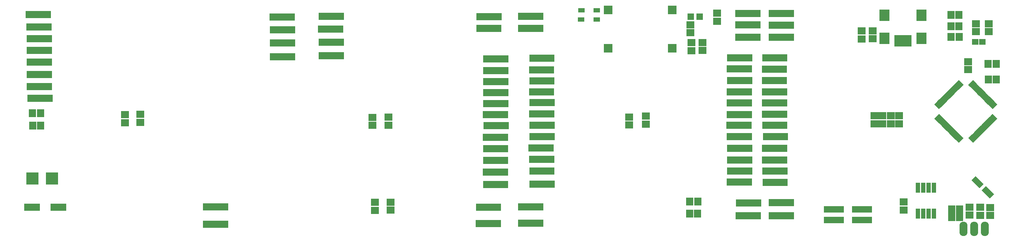
<source format=gbr>
G04 #@! TF.FileFunction,Soldermask,Top*
%FSLAX46Y46*%
G04 Gerber Fmt 4.6, Leading zero omitted, Abs format (unit mm)*
G04 Created by KiCad (PCBNEW 4.0.6) date 05/08/17 07:22:45*
%MOMM*%
%LPD*%
G01*
G04 APERTURE LIST*
%ADD10C,0.100000*%
%ADD11R,1.900000X1.700000*%
%ADD12R,1.700000X1.900000*%
%ADD13R,2.400000X2.800000*%
%ADD14R,0.900000X2.708000*%
%ADD15O,1.924000X3.448000*%
%ADD16R,1.600000X1.600000*%
%ADD17R,1.060400X2.432000*%
%ADD18C,1.500000*%
%ADD19R,1.035000X1.670000*%
%ADD20R,1.500000X1.400000*%
%ADD21R,2.406600X1.492200*%
%ADD22R,2.940000X1.543000*%
%ADD23R,2.000000X2.000000*%
%ADD24R,3.700000X1.700000*%
%ADD25R,2.940000X2.940000*%
%ADD26R,1.600000X1.100000*%
G04 APERTURE END LIST*
D10*
D11*
X260004500Y-125907700D03*
X260004500Y-127807700D03*
X262392100Y-125958500D03*
X262392100Y-127858500D03*
D12*
X253212500Y-126451300D03*
X255112500Y-126451300D03*
D13*
X246040300Y-85628300D03*
D14*
X243240300Y-86192300D03*
X242440300Y-86192300D03*
X241640300Y-86192300D03*
X240840300Y-86192300D03*
X240040300Y-86192300D03*
D13*
X246040300Y-80128300D03*
X237240300Y-85628300D03*
X237240300Y-80128300D03*
D15*
X256042100Y-131099500D03*
X258582100Y-131099500D03*
X261122100Y-131099500D03*
D16*
X191161900Y-80426500D03*
X193261900Y-80426500D03*
D12*
X253034700Y-80045500D03*
X254934700Y-80045500D03*
D11*
X241827100Y-124644700D03*
X241827100Y-126544700D03*
D12*
X253187100Y-128254700D03*
X255087100Y-128254700D03*
D11*
X257489900Y-127782300D03*
X257489900Y-125882300D03*
X234807700Y-104089100D03*
X234807700Y-105989100D03*
X231759700Y-85745300D03*
X231759700Y-83845300D03*
X176540100Y-104393900D03*
X176540100Y-106293900D03*
X115471300Y-104449900D03*
X115471300Y-106349900D03*
X56642300Y-103820300D03*
X56642300Y-105720300D03*
X191071100Y-82356700D03*
X191071100Y-84256700D03*
X234426700Y-85719900D03*
X234426700Y-83819900D03*
D17*
X249006300Y-121269700D03*
X249006300Y-127416500D03*
X247736300Y-121269700D03*
X246466300Y-121269700D03*
X247736300Y-127416500D03*
X246466300Y-127416500D03*
X245196300Y-121269700D03*
X245196300Y-127416500D03*
D10*
G36*
X249575143Y-105224531D02*
X249080168Y-104729556D01*
X250211539Y-103598185D01*
X250706514Y-104093160D01*
X249575143Y-105224531D01*
X249575143Y-105224531D01*
G37*
G36*
X249928696Y-105578085D02*
X249433721Y-105083110D01*
X250565092Y-103951739D01*
X251060067Y-104446714D01*
X249928696Y-105578085D01*
X249928696Y-105578085D01*
G37*
G36*
X250282250Y-105931638D02*
X249787275Y-105436663D01*
X250918646Y-104305292D01*
X251413621Y-104800267D01*
X250282250Y-105931638D01*
X250282250Y-105931638D01*
G37*
G36*
X250635803Y-106285191D02*
X250140828Y-105790216D01*
X251272199Y-104658845D01*
X251767174Y-105153820D01*
X250635803Y-106285191D01*
X250635803Y-106285191D01*
G37*
G36*
X250989356Y-106638745D02*
X250494381Y-106143770D01*
X251625752Y-105012399D01*
X252120727Y-105507374D01*
X250989356Y-106638745D01*
X250989356Y-106638745D01*
G37*
G36*
X251342910Y-106992298D02*
X250847935Y-106497323D01*
X251979306Y-105365952D01*
X252474281Y-105860927D01*
X251342910Y-106992298D01*
X251342910Y-106992298D01*
G37*
G36*
X251696463Y-107345852D02*
X251201488Y-106850877D01*
X252332859Y-105719506D01*
X252827834Y-106214481D01*
X251696463Y-107345852D01*
X251696463Y-107345852D01*
G37*
G36*
X252050017Y-107699405D02*
X251555042Y-107204430D01*
X252686413Y-106073059D01*
X253181388Y-106568034D01*
X252050017Y-107699405D01*
X252050017Y-107699405D01*
G37*
G36*
X252403570Y-108052958D02*
X251908595Y-107557983D01*
X253039966Y-106426612D01*
X253534941Y-106921587D01*
X252403570Y-108052958D01*
X252403570Y-108052958D01*
G37*
G36*
X252757123Y-108406512D02*
X252262148Y-107911537D01*
X253393519Y-106780166D01*
X253888494Y-107275141D01*
X252757123Y-108406512D01*
X252757123Y-108406512D01*
G37*
G36*
X253110677Y-108760065D02*
X252615702Y-108265090D01*
X253747073Y-107133719D01*
X254242048Y-107628694D01*
X253110677Y-108760065D01*
X253110677Y-108760065D01*
G37*
G36*
X253464230Y-109113619D02*
X252969255Y-108618644D01*
X254100626Y-107487273D01*
X254595601Y-107982248D01*
X253464230Y-109113619D01*
X253464230Y-109113619D01*
G37*
G36*
X253817784Y-109467172D02*
X253322809Y-108972197D01*
X254454180Y-107840826D01*
X254949155Y-108335801D01*
X253817784Y-109467172D01*
X253817784Y-109467172D01*
G37*
G36*
X254171337Y-109820725D02*
X253676362Y-109325750D01*
X254807733Y-108194379D01*
X255302708Y-108689354D01*
X254171337Y-109820725D01*
X254171337Y-109820725D01*
G37*
G36*
X254524890Y-110174279D02*
X254029915Y-109679304D01*
X255161286Y-108547933D01*
X255656261Y-109042908D01*
X254524890Y-110174279D01*
X254524890Y-110174279D01*
G37*
G36*
X254878444Y-110527832D02*
X254383469Y-110032857D01*
X255514840Y-108901486D01*
X256009815Y-109396461D01*
X254878444Y-110527832D01*
X254878444Y-110527832D01*
G37*
G36*
X258272556Y-110527832D02*
X257141185Y-109396461D01*
X257636160Y-108901486D01*
X258767531Y-110032857D01*
X258272556Y-110527832D01*
X258272556Y-110527832D01*
G37*
G36*
X258626110Y-110174279D02*
X257494739Y-109042908D01*
X257989714Y-108547933D01*
X259121085Y-109679304D01*
X258626110Y-110174279D01*
X258626110Y-110174279D01*
G37*
G36*
X258979663Y-109820725D02*
X257848292Y-108689354D01*
X258343267Y-108194379D01*
X259474638Y-109325750D01*
X258979663Y-109820725D01*
X258979663Y-109820725D01*
G37*
G36*
X259333216Y-109467172D02*
X258201845Y-108335801D01*
X258696820Y-107840826D01*
X259828191Y-108972197D01*
X259333216Y-109467172D01*
X259333216Y-109467172D01*
G37*
G36*
X259686770Y-109113619D02*
X258555399Y-107982248D01*
X259050374Y-107487273D01*
X260181745Y-108618644D01*
X259686770Y-109113619D01*
X259686770Y-109113619D01*
G37*
G36*
X260040323Y-108760065D02*
X258908952Y-107628694D01*
X259403927Y-107133719D01*
X260535298Y-108265090D01*
X260040323Y-108760065D01*
X260040323Y-108760065D01*
G37*
G36*
X260393877Y-108406512D02*
X259262506Y-107275141D01*
X259757481Y-106780166D01*
X260888852Y-107911537D01*
X260393877Y-108406512D01*
X260393877Y-108406512D01*
G37*
G36*
X260747430Y-108052958D02*
X259616059Y-106921587D01*
X260111034Y-106426612D01*
X261242405Y-107557983D01*
X260747430Y-108052958D01*
X260747430Y-108052958D01*
G37*
G36*
X261100983Y-107699405D02*
X259969612Y-106568034D01*
X260464587Y-106073059D01*
X261595958Y-107204430D01*
X261100983Y-107699405D01*
X261100983Y-107699405D01*
G37*
G36*
X261454537Y-107345852D02*
X260323166Y-106214481D01*
X260818141Y-105719506D01*
X261949512Y-106850877D01*
X261454537Y-107345852D01*
X261454537Y-107345852D01*
G37*
G36*
X261808090Y-106992298D02*
X260676719Y-105860927D01*
X261171694Y-105365952D01*
X262303065Y-106497323D01*
X261808090Y-106992298D01*
X261808090Y-106992298D01*
G37*
G36*
X262161644Y-106638745D02*
X261030273Y-105507374D01*
X261525248Y-105012399D01*
X262656619Y-106143770D01*
X262161644Y-106638745D01*
X262161644Y-106638745D01*
G37*
G36*
X262515197Y-106285191D02*
X261383826Y-105153820D01*
X261878801Y-104658845D01*
X263010172Y-105790216D01*
X262515197Y-106285191D01*
X262515197Y-106285191D01*
G37*
G36*
X262868750Y-105931638D02*
X261737379Y-104800267D01*
X262232354Y-104305292D01*
X263363725Y-105436663D01*
X262868750Y-105931638D01*
X262868750Y-105931638D01*
G37*
G36*
X263222304Y-105578085D02*
X262090933Y-104446714D01*
X262585908Y-103951739D01*
X263717279Y-105083110D01*
X263222304Y-105578085D01*
X263222304Y-105578085D01*
G37*
G36*
X263575857Y-105224531D02*
X262444486Y-104093160D01*
X262939461Y-103598185D01*
X264070832Y-104729556D01*
X263575857Y-105224531D01*
X263575857Y-105224531D01*
G37*
G36*
X262939461Y-102466815D02*
X262444486Y-101971840D01*
X263575857Y-100840469D01*
X264070832Y-101335444D01*
X262939461Y-102466815D01*
X262939461Y-102466815D01*
G37*
G36*
X262585908Y-102113261D02*
X262090933Y-101618286D01*
X263222304Y-100486915D01*
X263717279Y-100981890D01*
X262585908Y-102113261D01*
X262585908Y-102113261D01*
G37*
G36*
X262232354Y-101759708D02*
X261737379Y-101264733D01*
X262868750Y-100133362D01*
X263363725Y-100628337D01*
X262232354Y-101759708D01*
X262232354Y-101759708D01*
G37*
G36*
X261878801Y-101406155D02*
X261383826Y-100911180D01*
X262515197Y-99779809D01*
X263010172Y-100274784D01*
X261878801Y-101406155D01*
X261878801Y-101406155D01*
G37*
G36*
X261525248Y-101052601D02*
X261030273Y-100557626D01*
X262161644Y-99426255D01*
X262656619Y-99921230D01*
X261525248Y-101052601D01*
X261525248Y-101052601D01*
G37*
G36*
X261171694Y-100699048D02*
X260676719Y-100204073D01*
X261808090Y-99072702D01*
X262303065Y-99567677D01*
X261171694Y-100699048D01*
X261171694Y-100699048D01*
G37*
G36*
X260818141Y-100345494D02*
X260323166Y-99850519D01*
X261454537Y-98719148D01*
X261949512Y-99214123D01*
X260818141Y-100345494D01*
X260818141Y-100345494D01*
G37*
G36*
X260464587Y-99991941D02*
X259969612Y-99496966D01*
X261100983Y-98365595D01*
X261595958Y-98860570D01*
X260464587Y-99991941D01*
X260464587Y-99991941D01*
G37*
G36*
X260111034Y-99638388D02*
X259616059Y-99143413D01*
X260747430Y-98012042D01*
X261242405Y-98507017D01*
X260111034Y-99638388D01*
X260111034Y-99638388D01*
G37*
G36*
X259757481Y-99284834D02*
X259262506Y-98789859D01*
X260393877Y-97658488D01*
X260888852Y-98153463D01*
X259757481Y-99284834D01*
X259757481Y-99284834D01*
G37*
G36*
X259403927Y-98931281D02*
X258908952Y-98436306D01*
X260040323Y-97304935D01*
X260535298Y-97799910D01*
X259403927Y-98931281D01*
X259403927Y-98931281D01*
G37*
G36*
X259050374Y-98577727D02*
X258555399Y-98082752D01*
X259686770Y-96951381D01*
X260181745Y-97446356D01*
X259050374Y-98577727D01*
X259050374Y-98577727D01*
G37*
G36*
X258696820Y-98224174D02*
X258201845Y-97729199D01*
X259333216Y-96597828D01*
X259828191Y-97092803D01*
X258696820Y-98224174D01*
X258696820Y-98224174D01*
G37*
G36*
X258343267Y-97870621D02*
X257848292Y-97375646D01*
X258979663Y-96244275D01*
X259474638Y-96739250D01*
X258343267Y-97870621D01*
X258343267Y-97870621D01*
G37*
G36*
X257989714Y-97517067D02*
X257494739Y-97022092D01*
X258626110Y-95890721D01*
X259121085Y-96385696D01*
X257989714Y-97517067D01*
X257989714Y-97517067D01*
G37*
G36*
X257636160Y-97163514D02*
X257141185Y-96668539D01*
X258272556Y-95537168D01*
X258767531Y-96032143D01*
X257636160Y-97163514D01*
X257636160Y-97163514D01*
G37*
G36*
X255514840Y-97163514D02*
X254383469Y-96032143D01*
X254878444Y-95537168D01*
X256009815Y-96668539D01*
X255514840Y-97163514D01*
X255514840Y-97163514D01*
G37*
G36*
X255161286Y-97517067D02*
X254029915Y-96385696D01*
X254524890Y-95890721D01*
X255656261Y-97022092D01*
X255161286Y-97517067D01*
X255161286Y-97517067D01*
G37*
G36*
X254807733Y-97870621D02*
X253676362Y-96739250D01*
X254171337Y-96244275D01*
X255302708Y-97375646D01*
X254807733Y-97870621D01*
X254807733Y-97870621D01*
G37*
G36*
X254454180Y-98224174D02*
X253322809Y-97092803D01*
X253817784Y-96597828D01*
X254949155Y-97729199D01*
X254454180Y-98224174D01*
X254454180Y-98224174D01*
G37*
G36*
X254100626Y-98577727D02*
X252969255Y-97446356D01*
X253464230Y-96951381D01*
X254595601Y-98082752D01*
X254100626Y-98577727D01*
X254100626Y-98577727D01*
G37*
G36*
X253747073Y-98931281D02*
X252615702Y-97799910D01*
X253110677Y-97304935D01*
X254242048Y-98436306D01*
X253747073Y-98931281D01*
X253747073Y-98931281D01*
G37*
G36*
X253393519Y-99284834D02*
X252262148Y-98153463D01*
X252757123Y-97658488D01*
X253888494Y-98789859D01*
X253393519Y-99284834D01*
X253393519Y-99284834D01*
G37*
G36*
X253039966Y-99638388D02*
X251908595Y-98507017D01*
X252403570Y-98012042D01*
X253534941Y-99143413D01*
X253039966Y-99638388D01*
X253039966Y-99638388D01*
G37*
G36*
X252686413Y-99991941D02*
X251555042Y-98860570D01*
X252050017Y-98365595D01*
X253181388Y-99496966D01*
X252686413Y-99991941D01*
X252686413Y-99991941D01*
G37*
G36*
X252332859Y-100345494D02*
X251201488Y-99214123D01*
X251696463Y-98719148D01*
X252827834Y-99850519D01*
X252332859Y-100345494D01*
X252332859Y-100345494D01*
G37*
G36*
X251979306Y-100699048D02*
X250847935Y-99567677D01*
X251342910Y-99072702D01*
X252474281Y-100204073D01*
X251979306Y-100699048D01*
X251979306Y-100699048D01*
G37*
G36*
X251625752Y-101052601D02*
X250494381Y-99921230D01*
X250989356Y-99426255D01*
X252120727Y-100557626D01*
X251625752Y-101052601D01*
X251625752Y-101052601D01*
G37*
G36*
X251272199Y-101406155D02*
X250140828Y-100274784D01*
X250635803Y-99779809D01*
X251767174Y-100911180D01*
X251272199Y-101406155D01*
X251272199Y-101406155D01*
G37*
G36*
X250918646Y-101759708D02*
X249787275Y-100628337D01*
X250282250Y-100133362D01*
X251413621Y-101264733D01*
X250918646Y-101759708D01*
X250918646Y-101759708D01*
G37*
G36*
X250565092Y-102113261D02*
X249433721Y-100981890D01*
X249928696Y-100486915D01*
X251060067Y-101618286D01*
X250565092Y-102113261D01*
X250565092Y-102113261D01*
G37*
G36*
X250211539Y-102466815D02*
X249080168Y-101335444D01*
X249575143Y-100840469D01*
X250706514Y-101971840D01*
X250211539Y-102466815D01*
X250211539Y-102466815D01*
G37*
D18*
X211412500Y-90281700D03*
D19*
X211793500Y-90281700D03*
X212428500Y-90281700D03*
X211158500Y-90281700D03*
X210523500Y-90281700D03*
X209888500Y-90281700D03*
X213025400Y-90281700D03*
X213622300Y-90281700D03*
X209266200Y-90281700D03*
X208643900Y-90281700D03*
D18*
X213014500Y-82458500D03*
D19*
X213395500Y-82458500D03*
X214030500Y-82458500D03*
X212760500Y-82458500D03*
X212125500Y-82458500D03*
X211490500Y-82458500D03*
X214627400Y-82458500D03*
X215224300Y-82458500D03*
X210868200Y-82458500D03*
X210245900Y-82458500D03*
D18*
X203057700Y-90281700D03*
D19*
X203438700Y-90281700D03*
X204073700Y-90281700D03*
X202803700Y-90281700D03*
X202168700Y-90281700D03*
X201533700Y-90281700D03*
X204670600Y-90281700D03*
X205267500Y-90281700D03*
X200911400Y-90281700D03*
X200289100Y-90281700D03*
D18*
X205013500Y-82407700D03*
D19*
X205394500Y-82407700D03*
X206029500Y-82407700D03*
X204759500Y-82407700D03*
X204124500Y-82407700D03*
X203489500Y-82407700D03*
X206626400Y-82407700D03*
X207223300Y-82407700D03*
X202867200Y-82407700D03*
X202244900Y-82407700D03*
D18*
X156042300Y-90332500D03*
D19*
X156423300Y-90332500D03*
X157058300Y-90332500D03*
X155788300Y-90332500D03*
X155153300Y-90332500D03*
X154518300Y-90332500D03*
X157655200Y-90332500D03*
X158252100Y-90332500D03*
X153896000Y-90332500D03*
X153273700Y-90332500D03*
D18*
X153375300Y-80324900D03*
D19*
X153756300Y-80324900D03*
X154391300Y-80324900D03*
X153121300Y-80324900D03*
X152486300Y-80324900D03*
X151851300Y-80324900D03*
X154988200Y-80324900D03*
X155585100Y-80324900D03*
X151229000Y-80324900D03*
X150606700Y-80324900D03*
D18*
X145062300Y-90490100D03*
D19*
X145443300Y-90490100D03*
X146078300Y-90490100D03*
X144808300Y-90490100D03*
X144173300Y-90490100D03*
X143538300Y-90490100D03*
X146675200Y-90490100D03*
X147272100Y-90490100D03*
X142916000Y-90490100D03*
X142293700Y-90490100D03*
D18*
X143452700Y-80411500D03*
D19*
X143833700Y-80411500D03*
X144468700Y-80411500D03*
X143198700Y-80411500D03*
X142563700Y-80411500D03*
X141928700Y-80411500D03*
X145065600Y-80411500D03*
X145662500Y-80411500D03*
X141306400Y-80411500D03*
X140684100Y-80411500D03*
D18*
X211386100Y-103718300D03*
D19*
X211767100Y-103718300D03*
X212402100Y-103718300D03*
X211132100Y-103718300D03*
X210497100Y-103718300D03*
X209862100Y-103718300D03*
X212999000Y-103718300D03*
X213595900Y-103718300D03*
X209239800Y-103718300D03*
X208617500Y-103718300D03*
D18*
X202981500Y-103769100D03*
D19*
X203362500Y-103769100D03*
X203997500Y-103769100D03*
X202727500Y-103769100D03*
X202092500Y-103769100D03*
X201457500Y-103769100D03*
X204594400Y-103769100D03*
X205191300Y-103769100D03*
X200835200Y-103769100D03*
X200212900Y-103769100D03*
D18*
X211411500Y-106385300D03*
D19*
X211792500Y-106385300D03*
X212427500Y-106385300D03*
X211157500Y-106385300D03*
X210522500Y-106385300D03*
X209887500Y-106385300D03*
X213024400Y-106385300D03*
X213621300Y-106385300D03*
X209265200Y-106385300D03*
X208642900Y-106385300D03*
D18*
X202879900Y-106385300D03*
D19*
X203260900Y-106385300D03*
X203895900Y-106385300D03*
X202625900Y-106385300D03*
X201990900Y-106385300D03*
X201355900Y-106385300D03*
X204492800Y-106385300D03*
X205089700Y-106385300D03*
X200733600Y-106385300D03*
X200111300Y-106385300D03*
D18*
X156067700Y-106309100D03*
D19*
X156448700Y-106309100D03*
X157083700Y-106309100D03*
X155813700Y-106309100D03*
X155178700Y-106309100D03*
X154543700Y-106309100D03*
X157680600Y-106309100D03*
X158277500Y-106309100D03*
X153921400Y-106309100D03*
X153299100Y-106309100D03*
D18*
X145138500Y-106466700D03*
D19*
X145519500Y-106466700D03*
X146154500Y-106466700D03*
X144884500Y-106466700D03*
X144249500Y-106466700D03*
X143614500Y-106466700D03*
X146751400Y-106466700D03*
X147348300Y-106466700D03*
X142992200Y-106466700D03*
X142369900Y-106466700D03*
D18*
X211587500Y-109077700D03*
D19*
X211968500Y-109077700D03*
X212603500Y-109077700D03*
X211333500Y-109077700D03*
X210698500Y-109077700D03*
X210063500Y-109077700D03*
X213200400Y-109077700D03*
X213797300Y-109077700D03*
X209441200Y-109077700D03*
X208818900Y-109077700D03*
D18*
X202981500Y-109026900D03*
D19*
X203362500Y-109026900D03*
X203997500Y-109026900D03*
X202727500Y-109026900D03*
X202092500Y-109026900D03*
X201457500Y-109026900D03*
X204594400Y-109026900D03*
X205191300Y-109026900D03*
X200835200Y-109026900D03*
X200212900Y-109026900D03*
D18*
X156093100Y-109077700D03*
D19*
X156474100Y-109077700D03*
X157109100Y-109077700D03*
X155839100Y-109077700D03*
X155204100Y-109077700D03*
X154569100Y-109077700D03*
X157706000Y-109077700D03*
X158302900Y-109077700D03*
X153946800Y-109077700D03*
X153324500Y-109077700D03*
D18*
X145011500Y-109235300D03*
D19*
X145392500Y-109235300D03*
X146027500Y-109235300D03*
X144757500Y-109235300D03*
X144122500Y-109235300D03*
X143487500Y-109235300D03*
X146624400Y-109235300D03*
X147221300Y-109235300D03*
X142865200Y-109235300D03*
X142242900Y-109235300D03*
D18*
X145062300Y-95900300D03*
D19*
X145443300Y-95900300D03*
X146078300Y-95900300D03*
X144808300Y-95900300D03*
X144173300Y-95900300D03*
X143538300Y-95900300D03*
X146675200Y-95900300D03*
X147272100Y-95900300D03*
X142916000Y-95900300D03*
X142293700Y-95900300D03*
D18*
X145036900Y-120512900D03*
D19*
X145417900Y-120512900D03*
X146052900Y-120512900D03*
X144782900Y-120512900D03*
X144147900Y-120512900D03*
X143512900Y-120512900D03*
X146649800Y-120512900D03*
X147246700Y-120512900D03*
X142890600Y-120512900D03*
X142268300Y-120512900D03*
D18*
X145011500Y-103799700D03*
D19*
X145392500Y-103799700D03*
X146027500Y-103799700D03*
X144757500Y-103799700D03*
X144122500Y-103799700D03*
X143487500Y-103799700D03*
X146624400Y-103799700D03*
X147221300Y-103799700D03*
X142865200Y-103799700D03*
X142242900Y-103799700D03*
D18*
X145036900Y-111902300D03*
D19*
X145417900Y-111902300D03*
X146052900Y-111902300D03*
X144782900Y-111902300D03*
X144147900Y-111902300D03*
X143512900Y-111902300D03*
X146649800Y-111902300D03*
X147246700Y-111902300D03*
X142890600Y-111902300D03*
X142268300Y-111902300D03*
D18*
X211338100Y-92948700D03*
D19*
X211719100Y-92948700D03*
X212354100Y-92948700D03*
X211084100Y-92948700D03*
X210449100Y-92948700D03*
X209814100Y-92948700D03*
X212951000Y-92948700D03*
X213547900Y-92948700D03*
X209191800Y-92948700D03*
X208569500Y-92948700D03*
D18*
X203006900Y-92897900D03*
D19*
X203387900Y-92897900D03*
X204022900Y-92897900D03*
X202752900Y-92897900D03*
X202117900Y-92897900D03*
X201482900Y-92897900D03*
X204619800Y-92897900D03*
X205216700Y-92897900D03*
X200860600Y-92897900D03*
X200238300Y-92897900D03*
D18*
X211361700Y-114614900D03*
D19*
X211742700Y-114614900D03*
X212377700Y-114614900D03*
X211107700Y-114614900D03*
X210472700Y-114614900D03*
X209837700Y-114614900D03*
X212974600Y-114614900D03*
X213571500Y-114614900D03*
X209215400Y-114614900D03*
X208593100Y-114614900D03*
D18*
X203057700Y-114614900D03*
D19*
X203438700Y-114614900D03*
X204073700Y-114614900D03*
X202803700Y-114614900D03*
X202168700Y-114614900D03*
X201533700Y-114614900D03*
X204670600Y-114614900D03*
X205267500Y-114614900D03*
X200911400Y-114614900D03*
X200289100Y-114614900D03*
D18*
X156016900Y-114513300D03*
D19*
X156397900Y-114513300D03*
X157032900Y-114513300D03*
X155762900Y-114513300D03*
X155127900Y-114513300D03*
X154492900Y-114513300D03*
X157629800Y-114513300D03*
X158226700Y-114513300D03*
X153870600Y-114513300D03*
X153248300Y-114513300D03*
D18*
X145036900Y-114696300D03*
D19*
X145417900Y-114696300D03*
X146052900Y-114696300D03*
X144782900Y-114696300D03*
X144147900Y-114696300D03*
X143512900Y-114696300D03*
X146649800Y-114696300D03*
X147246700Y-114696300D03*
X142890600Y-114696300D03*
X142268300Y-114696300D03*
D18*
X211388900Y-98384300D03*
D19*
X211769900Y-98384300D03*
X212404900Y-98384300D03*
X211134900Y-98384300D03*
X210499900Y-98384300D03*
X209864900Y-98384300D03*
X213001800Y-98384300D03*
X213598700Y-98384300D03*
X209242600Y-98384300D03*
X208620300Y-98384300D03*
D18*
X202981500Y-98409700D03*
D19*
X203362500Y-98409700D03*
X203997500Y-98409700D03*
X202727500Y-98409700D03*
X202092500Y-98409700D03*
X201457500Y-98409700D03*
X204594400Y-98409700D03*
X205191300Y-98409700D03*
X200835200Y-98409700D03*
X200212900Y-98409700D03*
D18*
X155966100Y-98409700D03*
D19*
X156347100Y-98409700D03*
X156982100Y-98409700D03*
X155712100Y-98409700D03*
X155077100Y-98409700D03*
X154442100Y-98409700D03*
X157579000Y-98409700D03*
X158175900Y-98409700D03*
X153819800Y-98409700D03*
X153197500Y-98409700D03*
D18*
X145062300Y-98592700D03*
D19*
X145443300Y-98592700D03*
X146078300Y-98592700D03*
X144808300Y-98592700D03*
X144173300Y-98592700D03*
X143538300Y-98592700D03*
X146675200Y-98592700D03*
X147272100Y-98592700D03*
X142916000Y-98592700D03*
X142293700Y-98592700D03*
D18*
X213014500Y-85354100D03*
D19*
X213395500Y-85354100D03*
X214030500Y-85354100D03*
X212760500Y-85354100D03*
X212125500Y-85354100D03*
X211490500Y-85354100D03*
X214627400Y-85354100D03*
X215224300Y-85354100D03*
X210868200Y-85354100D03*
X210245900Y-85354100D03*
D18*
X212963700Y-127949900D03*
D19*
X213344700Y-127949900D03*
X213979700Y-127949900D03*
X212709700Y-127949900D03*
X212074700Y-127949900D03*
X211439700Y-127949900D03*
X214576600Y-127949900D03*
X215173500Y-127949900D03*
X210817400Y-127949900D03*
X210195100Y-127949900D03*
D18*
X212963700Y-124825700D03*
D19*
X213344700Y-124825700D03*
X213979700Y-124825700D03*
X212709700Y-124825700D03*
X212074700Y-124825700D03*
X211439700Y-124825700D03*
X214576600Y-124825700D03*
X215173500Y-124825700D03*
X210817400Y-124825700D03*
X210195100Y-124825700D03*
D18*
X205038900Y-85354100D03*
D19*
X205419900Y-85354100D03*
X206054900Y-85354100D03*
X204784900Y-85354100D03*
X204149900Y-85354100D03*
X203514900Y-85354100D03*
X206651800Y-85354100D03*
X207248700Y-85354100D03*
X202892600Y-85354100D03*
X202270300Y-85354100D03*
D18*
X205115100Y-127975300D03*
D19*
X205496100Y-127975300D03*
X206131100Y-127975300D03*
X204861100Y-127975300D03*
X204226100Y-127975300D03*
X203591100Y-127975300D03*
X206728000Y-127975300D03*
X207324900Y-127975300D03*
X202968800Y-127975300D03*
X202346500Y-127975300D03*
D18*
X205165900Y-124876500D03*
D19*
X205546900Y-124876500D03*
X206181900Y-124876500D03*
X204911900Y-124876500D03*
X204276900Y-124876500D03*
X203641900Y-124876500D03*
X206778800Y-124876500D03*
X207375700Y-124876500D03*
X203019600Y-124876500D03*
X202397300Y-124876500D03*
D18*
X143308700Y-129776100D03*
D19*
X143689700Y-129776100D03*
X144324700Y-129776100D03*
X143054700Y-129776100D03*
X142419700Y-129776100D03*
X141784700Y-129776100D03*
X144921600Y-129776100D03*
X145518500Y-129776100D03*
X141162400Y-129776100D03*
X140540100Y-129776100D03*
D18*
X143351700Y-125931900D03*
D19*
X143732700Y-125931900D03*
X144367700Y-125931900D03*
X143097700Y-125931900D03*
X142462700Y-125931900D03*
X141827700Y-125931900D03*
X144964600Y-125931900D03*
X145561500Y-125931900D03*
X141205400Y-125931900D03*
X140583100Y-125931900D03*
D18*
X153375300Y-83245900D03*
D19*
X153756300Y-83245900D03*
X154391300Y-83245900D03*
X153121300Y-83245900D03*
X152486300Y-83245900D03*
X151851300Y-83245900D03*
X154988200Y-83245900D03*
X155585100Y-83245900D03*
X151229000Y-83245900D03*
X150606700Y-83245900D03*
D18*
X153349900Y-129702500D03*
D19*
X153730900Y-129702500D03*
X154365900Y-129702500D03*
X153095900Y-129702500D03*
X152460900Y-129702500D03*
X151825900Y-129702500D03*
X154962800Y-129702500D03*
X155559700Y-129702500D03*
X151203600Y-129702500D03*
X150581300Y-129702500D03*
D18*
X153400700Y-125790900D03*
D19*
X153781700Y-125790900D03*
X154416700Y-125790900D03*
X153146700Y-125790900D03*
X152511700Y-125790900D03*
X151876700Y-125790900D03*
X155013600Y-125790900D03*
X155610500Y-125790900D03*
X151254400Y-125790900D03*
X150632100Y-125790900D03*
D18*
X155966100Y-93126500D03*
D19*
X156347100Y-93126500D03*
X156982100Y-93126500D03*
X155712100Y-93126500D03*
X155077100Y-93126500D03*
X154442100Y-93126500D03*
X157579000Y-93126500D03*
X158175900Y-93126500D03*
X153819800Y-93126500D03*
X153197500Y-93126500D03*
D18*
X156042300Y-95742700D03*
D19*
X156423300Y-95742700D03*
X157058300Y-95742700D03*
X155788300Y-95742700D03*
X155153300Y-95742700D03*
X154518300Y-95742700D03*
X157655200Y-95742700D03*
X158252100Y-95742700D03*
X153896000Y-95742700D03*
X153273700Y-95742700D03*
D18*
X156016900Y-103642100D03*
D19*
X156397900Y-103642100D03*
X157032900Y-103642100D03*
X155762900Y-103642100D03*
X155127900Y-103642100D03*
X154492900Y-103642100D03*
X157629800Y-103642100D03*
X158226700Y-103642100D03*
X153870600Y-103642100D03*
X153248300Y-103642100D03*
D18*
X155864500Y-111770100D03*
D19*
X156245500Y-111770100D03*
X156880500Y-111770100D03*
X155610500Y-111770100D03*
X154975500Y-111770100D03*
X154340500Y-111770100D03*
X157477400Y-111770100D03*
X158074300Y-111770100D03*
X153718200Y-111770100D03*
X153095900Y-111770100D03*
D18*
X156067700Y-120431500D03*
D19*
X156448700Y-120431500D03*
X157083700Y-120431500D03*
X155813700Y-120431500D03*
X155178700Y-120431500D03*
X154543700Y-120431500D03*
X157680600Y-120431500D03*
X158277500Y-120431500D03*
X153921400Y-120431500D03*
X153299100Y-120431500D03*
D18*
X145087700Y-93309500D03*
D19*
X145468700Y-93309500D03*
X146103700Y-93309500D03*
X144833700Y-93309500D03*
X144198700Y-93309500D03*
X143563700Y-93309500D03*
X146700600Y-93309500D03*
X147297500Y-93309500D03*
X142941400Y-93309500D03*
X142319100Y-93309500D03*
D11*
X180451700Y-106065300D03*
X180451700Y-104165300D03*
X119281300Y-106324500D03*
X119281300Y-104424500D03*
X60274500Y-105644100D03*
X60274500Y-103744100D03*
D12*
X261899300Y-95412500D03*
X263799300Y-95412500D03*
X263773900Y-91729500D03*
X261873900Y-91729500D03*
D20*
X258798900Y-86420900D03*
X260498900Y-86420900D03*
D11*
X262011100Y-83992700D03*
X262011100Y-82092700D03*
X258937700Y-83992700D03*
X258937700Y-82092700D03*
D18*
X212963700Y-79664500D03*
D19*
X213344700Y-79664500D03*
X213979700Y-79664500D03*
X212709700Y-79664500D03*
X212074700Y-79664500D03*
X211439700Y-79664500D03*
X214576600Y-79664500D03*
X215173500Y-79664500D03*
X210817400Y-79664500D03*
X210195100Y-79664500D03*
D18*
X211510300Y-119948900D03*
D19*
X211891300Y-119948900D03*
X212526300Y-119948900D03*
X211256300Y-119948900D03*
X210621300Y-119948900D03*
X209986300Y-119948900D03*
X213123200Y-119948900D03*
X213720100Y-119948900D03*
X209364000Y-119948900D03*
X208741700Y-119948900D03*
D18*
X211397900Y-111846300D03*
D19*
X211778900Y-111846300D03*
X212413900Y-111846300D03*
X211143900Y-111846300D03*
X210508900Y-111846300D03*
X209873900Y-111846300D03*
X213010800Y-111846300D03*
X213607700Y-111846300D03*
X209251600Y-111846300D03*
X208629300Y-111846300D03*
D18*
X205038900Y-79639100D03*
D19*
X205419900Y-79639100D03*
X206054900Y-79639100D03*
X204784900Y-79639100D03*
X204149900Y-79639100D03*
X203514900Y-79639100D03*
X206651800Y-79639100D03*
X207248700Y-79639100D03*
X202892600Y-79639100D03*
X202270300Y-79639100D03*
D18*
X202981500Y-119898100D03*
D19*
X203362500Y-119898100D03*
X203997500Y-119898100D03*
X202727500Y-119898100D03*
X202092500Y-119898100D03*
X201457500Y-119898100D03*
X204594400Y-119898100D03*
X205191300Y-119898100D03*
X200835200Y-119898100D03*
X200212900Y-119898100D03*
D18*
X203057700Y-111846300D03*
D19*
X203438700Y-111846300D03*
X204073700Y-111846300D03*
X202803700Y-111846300D03*
X202168700Y-111846300D03*
X201533700Y-111846300D03*
X204670600Y-111846300D03*
X205267500Y-111846300D03*
X200911400Y-111846300D03*
X200289100Y-111846300D03*
D11*
X257083500Y-93060500D03*
X257083500Y-91160500D03*
D12*
X253060100Y-85303300D03*
X254960100Y-85303300D03*
X254934700Y-82763300D03*
X253034700Y-82763300D03*
X190931700Y-124571700D03*
X192831700Y-124571700D03*
D11*
X197393500Y-81528900D03*
X197393500Y-79628900D03*
D12*
X190880900Y-127452900D03*
X192780900Y-127452900D03*
D18*
X143426900Y-83259900D03*
D19*
X143807900Y-83259900D03*
X144442900Y-83259900D03*
X143172900Y-83259900D03*
X142537900Y-83259900D03*
X141902900Y-83259900D03*
X145039800Y-83259900D03*
X145636700Y-83259900D03*
X141280600Y-83259900D03*
X140658300Y-83259900D03*
D21*
X233041700Y-128965900D03*
X224050100Y-128965900D03*
X224050100Y-126425900D03*
X233041700Y-126425900D03*
D22*
X230958900Y-126425900D03*
X230958900Y-128965900D03*
X226132900Y-126425900D03*
X226132900Y-128965900D03*
D11*
X236738100Y-104089100D03*
X236738100Y-105989100D03*
D18*
X211338100Y-95641100D03*
D19*
X211719100Y-95641100D03*
X212354100Y-95641100D03*
X211084100Y-95641100D03*
X210449100Y-95641100D03*
X209814100Y-95641100D03*
X212951000Y-95641100D03*
X213547900Y-95641100D03*
X209191800Y-95641100D03*
X208569500Y-95641100D03*
D18*
X203057700Y-95666500D03*
D19*
X203438700Y-95666500D03*
X204073700Y-95666500D03*
X202803700Y-95666500D03*
X202168700Y-95666500D03*
X201533700Y-95666500D03*
X204670600Y-95666500D03*
X205267500Y-95666500D03*
X200911400Y-95666500D03*
X200289100Y-95666500D03*
D18*
X211484900Y-117307300D03*
D19*
X211865900Y-117307300D03*
X212500900Y-117307300D03*
X211230900Y-117307300D03*
X210595900Y-117307300D03*
X209960900Y-117307300D03*
X213097800Y-117307300D03*
X213694700Y-117307300D03*
X209338600Y-117307300D03*
X208716300Y-117307300D03*
D18*
X203108500Y-117281900D03*
D19*
X203489500Y-117281900D03*
X204124500Y-117281900D03*
X202854500Y-117281900D03*
X202219500Y-117281900D03*
X201584500Y-117281900D03*
X204721400Y-117281900D03*
X205318300Y-117281900D03*
X200962200Y-117281900D03*
X200339900Y-117281900D03*
D18*
X156042300Y-117307300D03*
D19*
X156423300Y-117307300D03*
X157058300Y-117307300D03*
X155788300Y-117307300D03*
X155153300Y-117307300D03*
X154518300Y-117307300D03*
X157655200Y-117307300D03*
X158252100Y-117307300D03*
X153896000Y-117307300D03*
X153273700Y-117307300D03*
D18*
X145011500Y-117490300D03*
D19*
X145392500Y-117490300D03*
X146027500Y-117490300D03*
X144757500Y-117490300D03*
X144122500Y-117490300D03*
X143487500Y-117490300D03*
X146624400Y-117490300D03*
X147221300Y-117490300D03*
X142865200Y-117490300D03*
X142242900Y-117490300D03*
D18*
X211374300Y-101051300D03*
D19*
X211755300Y-101051300D03*
X212390300Y-101051300D03*
X211120300Y-101051300D03*
X210485300Y-101051300D03*
X209850300Y-101051300D03*
X212987200Y-101051300D03*
X213584100Y-101051300D03*
X209228000Y-101051300D03*
X208605700Y-101051300D03*
D18*
X203006900Y-100975100D03*
D19*
X203387900Y-100975100D03*
X204022900Y-100975100D03*
X202752900Y-100975100D03*
X202117900Y-100975100D03*
X201482900Y-100975100D03*
X204619800Y-100975100D03*
X205216700Y-100975100D03*
X200860600Y-100975100D03*
X200238300Y-100975100D03*
D18*
X156067700Y-100949700D03*
D19*
X156448700Y-100949700D03*
X157083700Y-100949700D03*
X155813700Y-100949700D03*
X155178700Y-100949700D03*
X154543700Y-100949700D03*
X157680600Y-100949700D03*
X158277500Y-100949700D03*
X153921400Y-100949700D03*
X153299100Y-100949700D03*
D18*
X145087700Y-101158100D03*
D19*
X145468700Y-101158100D03*
X146103700Y-101158100D03*
X144833700Y-101158100D03*
X144198700Y-101158100D03*
X143563700Y-101158100D03*
X146700600Y-101158100D03*
X147297500Y-101158100D03*
X142941400Y-101158100D03*
X142319100Y-101158100D03*
D11*
X238719300Y-105989100D03*
X238719300Y-104089100D03*
X240700500Y-105989100D03*
X240700500Y-104089100D03*
X193984300Y-86615500D03*
X193984300Y-88515500D03*
X191351300Y-86648900D03*
X191351300Y-88548900D03*
D12*
X36595300Y-106399900D03*
X34695300Y-106399900D03*
X36537900Y-103472300D03*
X34637900Y-103472300D03*
D11*
X119741100Y-124714900D03*
X119741100Y-126614900D03*
X116019500Y-124722300D03*
X116019500Y-126622300D03*
D18*
X78462700Y-125832900D03*
D19*
X78843700Y-125832900D03*
X79478700Y-125832900D03*
X78208700Y-125832900D03*
X77573700Y-125832900D03*
X76938700Y-125832900D03*
X80075600Y-125832900D03*
X80672500Y-125832900D03*
X76316400Y-125832900D03*
X75694100Y-125832900D03*
D18*
X78444500Y-129966900D03*
D19*
X78825500Y-129966900D03*
X79460500Y-129966900D03*
X78190500Y-129966900D03*
X77555500Y-129966900D03*
X76920500Y-129966900D03*
X80057400Y-129966900D03*
X80654300Y-129966900D03*
X76298200Y-129966900D03*
X75675900Y-129966900D03*
D10*
G36*
X263261751Y-122780601D02*
X262271801Y-123770551D01*
X260362613Y-121861363D01*
X261352563Y-120871413D01*
X263261751Y-122780601D01*
X263261751Y-122780601D01*
G37*
G36*
X260839910Y-120358760D02*
X259849960Y-121348710D01*
X257940772Y-119439522D01*
X258930722Y-118449572D01*
X260839910Y-120358760D01*
X260839910Y-120358760D01*
G37*
D23*
X186752100Y-87964900D03*
X186752100Y-78820900D03*
X171512100Y-78820900D03*
X171512100Y-87964900D03*
D18*
X105812100Y-83378900D03*
D19*
X106193100Y-83378900D03*
X106828100Y-83378900D03*
X105558100Y-83378900D03*
X104923100Y-83378900D03*
X104288100Y-83378900D03*
X107425000Y-83378900D03*
X108021900Y-83378900D03*
X103665800Y-83378900D03*
X103043500Y-83378900D03*
D18*
X105967100Y-80342900D03*
D19*
X106348100Y-80342900D03*
X106983100Y-80342900D03*
X105713100Y-80342900D03*
X105078100Y-80342900D03*
X104443100Y-80342900D03*
X107580000Y-80342900D03*
X108176900Y-80342900D03*
X103820800Y-80342900D03*
X103198500Y-80342900D03*
D18*
X94338100Y-86737900D03*
D19*
X94719100Y-86737900D03*
X95354100Y-86737900D03*
X94084100Y-86737900D03*
X93449100Y-86737900D03*
X92814100Y-86737900D03*
X95951000Y-86737900D03*
X96547900Y-86737900D03*
X92191800Y-86737900D03*
X91569500Y-86737900D03*
D18*
X94371100Y-90044900D03*
D19*
X94752100Y-90044900D03*
X95387100Y-90044900D03*
X94117100Y-90044900D03*
X93482100Y-90044900D03*
X92847100Y-90044900D03*
X95984000Y-90044900D03*
X96580900Y-90044900D03*
X92224800Y-90044900D03*
X91602500Y-90044900D03*
D18*
X105967100Y-86521900D03*
D19*
X106348100Y-86521900D03*
X106983100Y-86521900D03*
X105713100Y-86521900D03*
X105078100Y-86521900D03*
X104443100Y-86521900D03*
X107580000Y-86521900D03*
X108176900Y-86521900D03*
X103820800Y-86521900D03*
X103198500Y-86521900D03*
D18*
X94313100Y-80550900D03*
D19*
X94694100Y-80550900D03*
X95329100Y-80550900D03*
X94059100Y-80550900D03*
X93424100Y-80550900D03*
X92789100Y-80550900D03*
X95926000Y-80550900D03*
X96522900Y-80550900D03*
X92166800Y-80550900D03*
X91544500Y-80550900D03*
D18*
X94363100Y-83584900D03*
D19*
X94744100Y-83584900D03*
X95379100Y-83584900D03*
X94109100Y-83584900D03*
X93474100Y-83584900D03*
X92839100Y-83584900D03*
X95976000Y-83584900D03*
X96572900Y-83584900D03*
X92216800Y-83584900D03*
X91594500Y-83584900D03*
D18*
X105966100Y-89744900D03*
D19*
X106347100Y-89744900D03*
X106982100Y-89744900D03*
X105712100Y-89744900D03*
X105077100Y-89744900D03*
X104442100Y-89744900D03*
X107579000Y-89744900D03*
X108175900Y-89744900D03*
X103819800Y-89744900D03*
X103197500Y-89744900D03*
D18*
X36267100Y-79918900D03*
D19*
X36648100Y-79918900D03*
X37283100Y-79918900D03*
X36013100Y-79918900D03*
X35378100Y-79918900D03*
X34743100Y-79918900D03*
X37880000Y-79918900D03*
X38476900Y-79918900D03*
X34120800Y-79918900D03*
X33498500Y-79918900D03*
D18*
X36453100Y-82863900D03*
D19*
X36834100Y-82863900D03*
X37469100Y-82863900D03*
X36199100Y-82863900D03*
X35564100Y-82863900D03*
X34929100Y-82863900D03*
X38066000Y-82863900D03*
X38662900Y-82863900D03*
X34306800Y-82863900D03*
X33684500Y-82863900D03*
D18*
X36565100Y-91288900D03*
D19*
X36946100Y-91288900D03*
X37581100Y-91288900D03*
X36311100Y-91288900D03*
X35676100Y-91288900D03*
X35041100Y-91288900D03*
X38178000Y-91288900D03*
X38774900Y-91288900D03*
X34418800Y-91288900D03*
X33796500Y-91288900D03*
D18*
X36554100Y-94266900D03*
D19*
X36935100Y-94266900D03*
X37570100Y-94266900D03*
X36300100Y-94266900D03*
X35665100Y-94266900D03*
X35030100Y-94266900D03*
X38167000Y-94266900D03*
X38763900Y-94266900D03*
X34407800Y-94266900D03*
X33785500Y-94266900D03*
D18*
X36532100Y-85706900D03*
D19*
X36913100Y-85706900D03*
X37548100Y-85706900D03*
X36278100Y-85706900D03*
X35643100Y-85706900D03*
X35008100Y-85706900D03*
X38145000Y-85706900D03*
X38741900Y-85706900D03*
X34385800Y-85706900D03*
X33763500Y-85706900D03*
D18*
X36704100Y-99946900D03*
D19*
X37085100Y-99946900D03*
X37720100Y-99946900D03*
X36450100Y-99946900D03*
X35815100Y-99946900D03*
X35180100Y-99946900D03*
X38317000Y-99946900D03*
X38913900Y-99946900D03*
X34557800Y-99946900D03*
X33935500Y-99946900D03*
D18*
X36555100Y-97130900D03*
D19*
X36936100Y-97130900D03*
X37571100Y-97130900D03*
X36301100Y-97130900D03*
X35666100Y-97130900D03*
X35031100Y-97130900D03*
X38168000Y-97130900D03*
X38764900Y-97130900D03*
X34408800Y-97130900D03*
X33786500Y-97130900D03*
D18*
X36569100Y-88491900D03*
D19*
X36950100Y-88491900D03*
X37585100Y-88491900D03*
X36315100Y-88491900D03*
X35680100Y-88491900D03*
X35045100Y-88491900D03*
X38182000Y-88491900D03*
X38778900Y-88491900D03*
X34422800Y-88491900D03*
X33800500Y-88491900D03*
D24*
X40803100Y-125882900D03*
X34553100Y-125882900D03*
D25*
X34582600Y-119081900D03*
X39281600Y-119081900D03*
D26*
X165110100Y-81154900D03*
X168810100Y-81154900D03*
X165142100Y-78879900D03*
X168842100Y-78879900D03*
M02*

</source>
